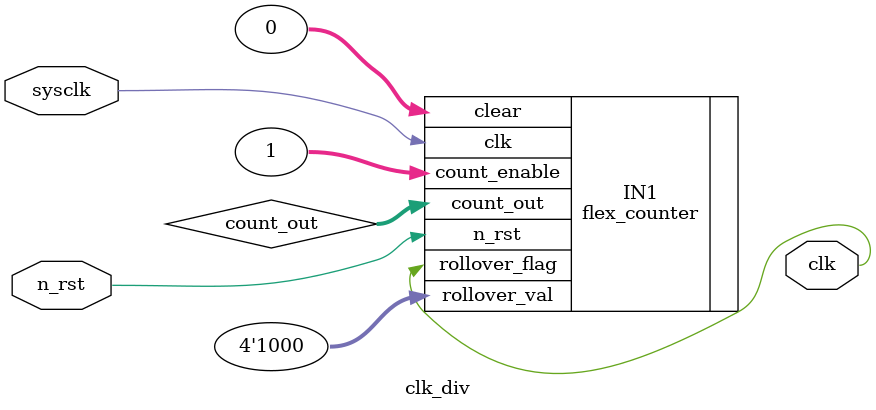
<source format=sv>

module clk_div (
	input wire	sysclk,
			n_rst,
	output reg	clk
);

	reg [3:0] count_out;

	flex_counter #(4) IN1 (.clk(sysclk), .n_rst(n_rst), .clear(0), .count_enable(1), .rollover_val(4'b1000), .rollover_flag(clk), .count_out(count_out)) ;

endmodule

</source>
